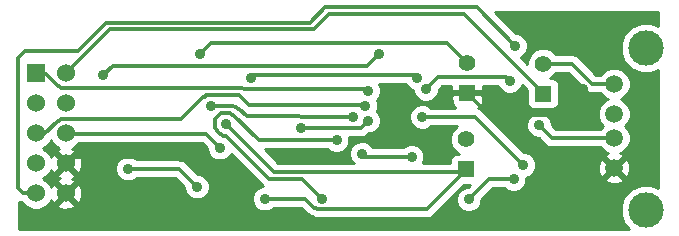
<source format=gbl>
G04 (created by PCBNEW-RS274X (2012-jan-04)-stable) date Thu 15 Nov 2012 21:08:36 CET*
G01*
G70*
G90*
%MOIN*%
G04 Gerber Fmt 3.4, Leading zero omitted, Abs format*
%FSLAX34Y34*%
G04 APERTURE LIST*
%ADD10C,0.006000*%
%ADD11C,0.059100*%
%ADD12C,0.118100*%
%ADD13R,0.055000X0.055000*%
%ADD14C,0.055000*%
%ADD15R,0.060000X0.060000*%
%ADD16C,0.060000*%
%ADD17C,0.035000*%
%ADD18C,0.011900*%
%ADD19C,0.010000*%
G04 APERTURE END LIST*
G54D10*
G54D11*
X61800Y-39725D03*
X61800Y-40725D03*
X61800Y-41525D03*
X61800Y-42525D03*
G54D12*
X62850Y-38525D03*
X62850Y-43925D03*
G54D13*
X56900Y-40025D03*
G54D14*
X56900Y-39025D03*
G54D13*
X56850Y-42575D03*
G54D14*
X56850Y-41575D03*
G54D13*
X59425Y-40050D03*
G54D14*
X59425Y-39050D03*
G54D15*
X42525Y-39375D03*
G54D16*
X43525Y-39375D03*
X42525Y-40375D03*
X43525Y-40375D03*
X42525Y-41375D03*
X43525Y-41375D03*
X42525Y-42375D03*
X43525Y-42375D03*
X42525Y-43375D03*
X43525Y-43375D03*
G54D17*
X52550Y-41600D03*
X52050Y-43550D03*
X58500Y-38450D03*
X58325Y-39625D03*
X55525Y-39900D03*
X53600Y-39950D03*
X48650Y-41850D03*
X53960Y-38720D03*
X42525Y-42375D03*
X44760Y-39440D03*
X47900Y-43150D03*
X45600Y-42550D03*
X43525Y-40375D03*
X61800Y-42525D03*
X43525Y-43375D03*
X43525Y-42375D03*
X56900Y-40025D03*
X47350Y-42150D03*
X60750Y-39900D03*
X61800Y-40725D03*
X53500Y-40450D03*
X56850Y-41575D03*
X56950Y-43575D03*
X58450Y-42900D03*
X59300Y-41100D03*
X51360Y-41200D03*
X55400Y-40825D03*
X58775Y-42425D03*
X53600Y-40950D03*
X47980Y-38740D03*
X50150Y-43550D03*
X56850Y-42575D03*
X48875Y-41075D03*
X53080Y-40820D03*
X48350Y-40450D03*
X53400Y-42050D03*
X55050Y-42150D03*
X55240Y-39540D03*
X49700Y-39520D03*
X59425Y-39050D03*
G54D18*
X48850Y-41450D02*
X48750Y-41450D01*
X49050Y-40750D02*
X49100Y-40750D01*
X49100Y-40750D02*
X49950Y-41600D01*
X49950Y-41600D02*
X52550Y-41600D01*
X48700Y-40700D02*
X49000Y-40700D01*
X48700Y-41400D02*
X48650Y-41400D01*
X48750Y-41450D02*
X48700Y-41400D01*
X49000Y-40700D02*
X49050Y-40750D01*
X48500Y-41200D02*
X48500Y-40900D01*
X48550Y-41250D02*
X48500Y-41200D01*
X48650Y-41400D02*
X48550Y-41300D01*
X48550Y-41300D02*
X48550Y-41250D01*
X48500Y-40900D02*
X48700Y-40700D01*
X50300Y-42900D02*
X48850Y-41450D01*
X52050Y-43550D02*
X51400Y-42900D01*
X51400Y-42900D02*
X50300Y-42900D01*
X41925Y-43200D02*
X41925Y-38850D01*
X41925Y-38850D02*
X42150Y-38625D01*
X42150Y-38625D02*
X43925Y-38625D01*
X43925Y-38625D02*
X44872Y-37678D01*
X44872Y-37678D02*
X51647Y-37678D01*
X42100Y-43375D02*
X41925Y-43200D01*
X52150Y-37175D02*
X57225Y-37175D01*
X57225Y-37175D02*
X58500Y-38450D01*
X58200Y-39500D02*
X55925Y-39500D01*
X58325Y-39625D02*
X58200Y-39500D01*
X55925Y-39500D02*
X55525Y-39900D01*
X51647Y-37678D02*
X52150Y-37175D01*
X42525Y-43375D02*
X42100Y-43375D01*
X42550Y-39400D02*
X42525Y-39375D01*
X42850Y-39400D02*
X42550Y-39400D01*
X49400Y-39850D02*
X43350Y-39850D01*
X49450Y-39900D02*
X49400Y-39850D01*
X43300Y-39800D02*
X43250Y-39800D01*
X53550Y-39900D02*
X49450Y-39900D01*
X43250Y-39800D02*
X42850Y-39400D01*
X53600Y-39950D02*
X53550Y-39900D01*
X43350Y-39850D02*
X43300Y-39800D01*
X48200Y-41400D02*
X43550Y-41400D01*
X48650Y-41850D02*
X48200Y-41400D01*
X43550Y-41400D02*
X43525Y-41375D01*
X53960Y-38720D02*
X53560Y-39120D01*
X53560Y-39120D02*
X45080Y-39120D01*
X45080Y-39120D02*
X44760Y-39440D01*
X47300Y-42550D02*
X45600Y-42550D01*
X47900Y-43150D02*
X47300Y-42550D01*
X59425Y-40050D02*
X59425Y-40022D01*
X45000Y-37900D02*
X43525Y-39375D01*
X51800Y-37900D02*
X45000Y-37900D01*
X52303Y-37397D02*
X51800Y-37900D01*
X56800Y-37397D02*
X52303Y-37397D01*
X59425Y-40022D02*
X56800Y-37397D01*
X60075Y-40325D02*
X60075Y-40625D01*
X57625Y-40750D02*
X56900Y-40025D01*
X60075Y-40625D02*
X59950Y-40750D01*
X43800Y-42150D02*
X47350Y-42150D01*
X43600Y-42350D02*
X43800Y-42150D01*
X60750Y-39900D02*
X60500Y-40150D01*
X43525Y-42375D02*
X43600Y-42350D01*
X60250Y-40150D02*
X60075Y-40325D01*
X60500Y-40150D02*
X60250Y-40150D01*
X59950Y-40750D02*
X57625Y-40750D01*
X49300Y-40100D02*
X48200Y-40100D01*
X48150Y-40150D02*
X48100Y-40150D01*
X53475Y-40425D02*
X49625Y-40425D01*
X49625Y-40425D02*
X49300Y-40100D01*
X43300Y-40950D02*
X43250Y-40950D01*
X48200Y-40100D02*
X48150Y-40150D01*
X43250Y-40950D02*
X42800Y-41400D01*
X53500Y-40450D02*
X53475Y-40425D01*
X43350Y-40900D02*
X43300Y-40950D01*
X47350Y-40900D02*
X43350Y-40900D01*
X42550Y-41400D02*
X42525Y-41375D01*
X48100Y-40150D02*
X47350Y-40900D01*
X42800Y-41400D02*
X42550Y-41400D01*
X56950Y-43575D02*
X57625Y-42900D01*
X57625Y-42900D02*
X58450Y-42900D01*
X59725Y-41525D02*
X59300Y-41100D01*
X61800Y-41525D02*
X59725Y-41525D01*
X53600Y-40950D02*
X53350Y-41200D01*
X53350Y-41200D02*
X51360Y-41200D01*
X58775Y-42425D02*
X57175Y-40825D01*
X57175Y-40825D02*
X55400Y-40825D01*
X56235Y-38360D02*
X56900Y-39025D01*
X48360Y-38360D02*
X56235Y-38360D01*
X47980Y-38740D02*
X48360Y-38360D01*
X56850Y-42600D02*
X55550Y-43900D01*
X51850Y-43850D02*
X51800Y-43850D01*
X55550Y-43900D02*
X51900Y-43900D01*
X51900Y-43900D02*
X51850Y-43850D01*
X51500Y-43550D02*
X50150Y-43550D01*
X56850Y-42575D02*
X56750Y-42675D01*
X50475Y-42675D02*
X48875Y-41075D01*
X51800Y-43850D02*
X51500Y-43550D01*
X56750Y-42675D02*
X50475Y-42675D01*
X56850Y-42575D02*
X56850Y-42600D01*
X49550Y-40800D02*
X53080Y-40820D01*
X49150Y-40500D02*
X49200Y-40500D01*
X48350Y-40450D02*
X49100Y-40450D01*
X49300Y-40550D02*
X49550Y-40800D01*
X49200Y-40500D02*
X49250Y-40550D01*
X49250Y-40550D02*
X49300Y-40550D01*
X49100Y-40450D02*
X49150Y-40500D01*
X53400Y-42050D02*
X53500Y-42150D01*
X53500Y-42150D02*
X55050Y-42150D01*
X49800Y-39420D02*
X55120Y-39420D01*
X49700Y-39520D02*
X49800Y-39420D01*
X55120Y-39420D02*
X55240Y-39540D01*
X61800Y-39725D02*
X61075Y-39725D01*
X60400Y-39050D02*
X59425Y-39050D01*
X61075Y-39725D02*
X60400Y-39050D01*
G54D10*
G36*
X63255Y-43183D02*
X63018Y-43085D01*
X62684Y-43085D01*
X62375Y-43212D01*
X62340Y-43247D01*
X62340Y-42603D01*
X62328Y-42391D01*
X62268Y-42246D01*
X62175Y-42221D01*
X61871Y-42525D01*
X62175Y-42829D01*
X62268Y-42804D01*
X62340Y-42603D01*
X62340Y-43247D01*
X62139Y-43448D01*
X62104Y-43531D01*
X62104Y-42900D01*
X61800Y-42596D01*
X61729Y-42667D01*
X61729Y-42525D01*
X61425Y-42221D01*
X61332Y-42246D01*
X61260Y-42447D01*
X61272Y-42659D01*
X61332Y-42804D01*
X61425Y-42829D01*
X61729Y-42525D01*
X61729Y-42667D01*
X61496Y-42900D01*
X61521Y-42993D01*
X61722Y-43065D01*
X61934Y-43053D01*
X62079Y-42993D01*
X62104Y-42900D01*
X62104Y-43531D01*
X62010Y-43757D01*
X62010Y-44091D01*
X62137Y-44400D01*
X62292Y-44555D01*
X48325Y-44555D01*
X48325Y-43235D01*
X48325Y-43066D01*
X48261Y-42910D01*
X48141Y-42790D01*
X47985Y-42725D01*
X47911Y-42725D01*
X47518Y-42332D01*
X47418Y-42265D01*
X47300Y-42241D01*
X45892Y-42241D01*
X45841Y-42190D01*
X45685Y-42125D01*
X45516Y-42125D01*
X45360Y-42189D01*
X45240Y-42309D01*
X45175Y-42465D01*
X45175Y-42634D01*
X45239Y-42790D01*
X45359Y-42910D01*
X45515Y-42975D01*
X45684Y-42975D01*
X45840Y-42911D01*
X45892Y-42859D01*
X47172Y-42859D01*
X47475Y-43161D01*
X47475Y-43234D01*
X47539Y-43390D01*
X47659Y-43510D01*
X47815Y-43575D01*
X47984Y-43575D01*
X48140Y-43511D01*
X48260Y-43391D01*
X48325Y-43235D01*
X48325Y-44555D01*
X44068Y-44555D01*
X44068Y-43454D01*
X44068Y-42454D01*
X44057Y-42241D01*
X43997Y-42094D01*
X43903Y-42067D01*
X43596Y-42375D01*
X43903Y-42683D01*
X43997Y-42656D01*
X44068Y-42454D01*
X44068Y-43454D01*
X44057Y-43241D01*
X43997Y-43094D01*
X43903Y-43067D01*
X43833Y-43137D01*
X43833Y-42997D01*
X43806Y-42903D01*
X43732Y-42877D01*
X43806Y-42847D01*
X43833Y-42753D01*
X43525Y-42446D01*
X43217Y-42753D01*
X43244Y-42847D01*
X43317Y-42872D01*
X43244Y-42903D01*
X43217Y-42997D01*
X43525Y-43304D01*
X43833Y-42997D01*
X43833Y-43137D01*
X43596Y-43375D01*
X43903Y-43683D01*
X43997Y-43656D01*
X44068Y-43454D01*
X44068Y-44555D01*
X43833Y-44555D01*
X43833Y-43753D01*
X43525Y-43446D01*
X43217Y-43753D01*
X43244Y-43847D01*
X43446Y-43918D01*
X43659Y-43907D01*
X43806Y-43847D01*
X43833Y-43753D01*
X43833Y-44555D01*
X41965Y-44555D01*
X41965Y-43648D01*
X41982Y-43660D01*
X42055Y-43674D01*
X42060Y-43686D01*
X42214Y-43840D01*
X42416Y-43924D01*
X42634Y-43924D01*
X42836Y-43840D01*
X42990Y-43686D01*
X43027Y-43594D01*
X43053Y-43656D01*
X43147Y-43683D01*
X43454Y-43375D01*
X43147Y-43067D01*
X43053Y-43094D01*
X43029Y-43159D01*
X42990Y-43064D01*
X42836Y-42910D01*
X42751Y-42875D01*
X42836Y-42840D01*
X42990Y-42686D01*
X43027Y-42594D01*
X43053Y-42656D01*
X43147Y-42683D01*
X43454Y-42375D01*
X43147Y-42067D01*
X43053Y-42094D01*
X43029Y-42159D01*
X42990Y-42064D01*
X42836Y-41910D01*
X42751Y-41875D01*
X42836Y-41840D01*
X42990Y-41686D01*
X43018Y-41618D01*
X43018Y-41617D01*
X43027Y-41608D01*
X43060Y-41686D01*
X43214Y-41840D01*
X43305Y-41877D01*
X43244Y-41903D01*
X43217Y-41997D01*
X43525Y-42304D01*
X43833Y-41997D01*
X43806Y-41903D01*
X43740Y-41879D01*
X43836Y-41840D01*
X43967Y-41709D01*
X48072Y-41709D01*
X48225Y-41861D01*
X48225Y-41934D01*
X48289Y-42090D01*
X48409Y-42210D01*
X48565Y-42275D01*
X48734Y-42275D01*
X48890Y-42211D01*
X49010Y-42091D01*
X49023Y-42059D01*
X50081Y-43118D01*
X50082Y-43118D01*
X50091Y-43125D01*
X50066Y-43125D01*
X49910Y-43189D01*
X49790Y-43309D01*
X49725Y-43465D01*
X49725Y-43634D01*
X49789Y-43790D01*
X49909Y-43910D01*
X50065Y-43975D01*
X50234Y-43975D01*
X50390Y-43911D01*
X50442Y-43859D01*
X51372Y-43859D01*
X51581Y-44068D01*
X51582Y-44068D01*
X51682Y-44135D01*
X51717Y-44142D01*
X51718Y-44142D01*
X51748Y-44162D01*
X51781Y-44184D01*
X51782Y-44185D01*
X51899Y-44208D01*
X51900Y-44209D01*
X55550Y-44209D01*
X55550Y-44208D01*
X55668Y-44185D01*
X55768Y-44118D01*
X56787Y-43099D01*
X56989Y-43099D01*
X56938Y-43150D01*
X56866Y-43150D01*
X56710Y-43214D01*
X56590Y-43334D01*
X56525Y-43490D01*
X56525Y-43659D01*
X56589Y-43815D01*
X56709Y-43935D01*
X56865Y-44000D01*
X57034Y-44000D01*
X57190Y-43936D01*
X57310Y-43816D01*
X57375Y-43660D01*
X57375Y-43586D01*
X57752Y-43209D01*
X58158Y-43209D01*
X58209Y-43260D01*
X58365Y-43325D01*
X58534Y-43325D01*
X58690Y-43261D01*
X58810Y-43141D01*
X58875Y-42985D01*
X58875Y-42843D01*
X59015Y-42786D01*
X59135Y-42666D01*
X59200Y-42510D01*
X59200Y-42341D01*
X59136Y-42185D01*
X59016Y-42065D01*
X58860Y-42000D01*
X58786Y-42000D01*
X57393Y-40607D01*
X57293Y-40540D01*
X57261Y-40533D01*
X57316Y-40511D01*
X57386Y-40441D01*
X57424Y-40349D01*
X57425Y-40137D01*
X57363Y-40075D01*
X57000Y-40075D01*
X56950Y-40075D01*
X56850Y-40075D01*
X56800Y-40075D01*
X56437Y-40075D01*
X56375Y-40137D01*
X56376Y-40349D01*
X56414Y-40441D01*
X56484Y-40511D01*
X56495Y-40516D01*
X55692Y-40516D01*
X55641Y-40465D01*
X55485Y-40400D01*
X55316Y-40400D01*
X55160Y-40464D01*
X55040Y-40584D01*
X54975Y-40740D01*
X54975Y-40909D01*
X55039Y-41065D01*
X55159Y-41185D01*
X55315Y-41250D01*
X55484Y-41250D01*
X55640Y-41186D01*
X55692Y-41134D01*
X56548Y-41134D01*
X56405Y-41277D01*
X56325Y-41470D01*
X56325Y-41679D01*
X56405Y-41872D01*
X56552Y-42020D01*
X56626Y-42051D01*
X56526Y-42051D01*
X56434Y-42089D01*
X56364Y-42159D01*
X56326Y-42250D01*
X56326Y-42349D01*
X56326Y-42366D01*
X55420Y-42366D01*
X55475Y-42235D01*
X55475Y-42066D01*
X55411Y-41910D01*
X55291Y-41790D01*
X55135Y-41725D01*
X54966Y-41725D01*
X54810Y-41789D01*
X54758Y-41841D01*
X53773Y-41841D01*
X53761Y-41810D01*
X53641Y-41690D01*
X53485Y-41625D01*
X53316Y-41625D01*
X53160Y-41689D01*
X53040Y-41809D01*
X52975Y-41965D01*
X52975Y-42134D01*
X53039Y-42290D01*
X53115Y-42366D01*
X50602Y-42366D01*
X50145Y-41909D01*
X52258Y-41909D01*
X52309Y-41960D01*
X52465Y-42025D01*
X52634Y-42025D01*
X52790Y-41961D01*
X52910Y-41841D01*
X52975Y-41685D01*
X52975Y-41516D01*
X52972Y-41509D01*
X53350Y-41509D01*
X53350Y-41508D01*
X53468Y-41485D01*
X53568Y-41418D01*
X53611Y-41375D01*
X53684Y-41375D01*
X53840Y-41311D01*
X53960Y-41191D01*
X54025Y-41035D01*
X54025Y-40866D01*
X53961Y-40710D01*
X53884Y-40633D01*
X53925Y-40535D01*
X53925Y-40366D01*
X53884Y-40266D01*
X53960Y-40191D01*
X54025Y-40035D01*
X54025Y-39866D01*
X53968Y-39729D01*
X54858Y-39729D01*
X54879Y-39780D01*
X54999Y-39900D01*
X55100Y-39942D01*
X55100Y-39984D01*
X55164Y-40140D01*
X55284Y-40260D01*
X55440Y-40325D01*
X55609Y-40325D01*
X55765Y-40261D01*
X55885Y-40141D01*
X55950Y-39985D01*
X55950Y-39911D01*
X56052Y-39809D01*
X56375Y-39809D01*
X56375Y-39913D01*
X56437Y-39975D01*
X56800Y-39975D01*
X56850Y-39975D01*
X56950Y-39975D01*
X57000Y-39975D01*
X57363Y-39975D01*
X57425Y-39913D01*
X57424Y-39809D01*
X57941Y-39809D01*
X57964Y-39865D01*
X58084Y-39985D01*
X58240Y-40050D01*
X58409Y-40050D01*
X58565Y-39986D01*
X58685Y-39866D01*
X58728Y-39762D01*
X58901Y-39934D01*
X58901Y-40374D01*
X58939Y-40466D01*
X59009Y-40536D01*
X59100Y-40574D01*
X59199Y-40574D01*
X59749Y-40574D01*
X59841Y-40536D01*
X59911Y-40466D01*
X59949Y-40375D01*
X59949Y-40276D01*
X59949Y-39726D01*
X59911Y-39634D01*
X59841Y-39564D01*
X59750Y-39526D01*
X59651Y-39526D01*
X59647Y-39526D01*
X59722Y-39495D01*
X59858Y-39359D01*
X60272Y-39359D01*
X60856Y-39943D01*
X60857Y-39943D01*
X60956Y-40010D01*
X60957Y-40010D01*
X60976Y-40013D01*
X61075Y-40034D01*
X61340Y-40034D01*
X61492Y-40186D01*
X61585Y-40225D01*
X61492Y-40264D01*
X61339Y-40417D01*
X61256Y-40617D01*
X61256Y-40833D01*
X61339Y-41033D01*
X61431Y-41125D01*
X61340Y-41216D01*
X59852Y-41216D01*
X59725Y-41088D01*
X59725Y-41016D01*
X59661Y-40860D01*
X59541Y-40740D01*
X59385Y-40675D01*
X59216Y-40675D01*
X59060Y-40739D01*
X58940Y-40859D01*
X58875Y-41015D01*
X58875Y-41184D01*
X58939Y-41340D01*
X59059Y-41460D01*
X59215Y-41525D01*
X59288Y-41525D01*
X59506Y-41743D01*
X59507Y-41743D01*
X59607Y-41810D01*
X59725Y-41834D01*
X61340Y-41834D01*
X61492Y-41986D01*
X61592Y-42027D01*
X61521Y-42057D01*
X61496Y-42150D01*
X61800Y-42454D01*
X62104Y-42150D01*
X62079Y-42057D01*
X62002Y-42029D01*
X62108Y-41986D01*
X62261Y-41833D01*
X62344Y-41633D01*
X62344Y-41417D01*
X62261Y-41217D01*
X62169Y-41125D01*
X62261Y-41033D01*
X62344Y-40833D01*
X62344Y-40617D01*
X62261Y-40417D01*
X62108Y-40264D01*
X62014Y-40225D01*
X62108Y-40186D01*
X62261Y-40033D01*
X62344Y-39833D01*
X62344Y-39617D01*
X62261Y-39417D01*
X62108Y-39264D01*
X61908Y-39181D01*
X61692Y-39181D01*
X61492Y-39264D01*
X61340Y-39416D01*
X61202Y-39416D01*
X60618Y-38832D01*
X60518Y-38765D01*
X60400Y-38741D01*
X59858Y-38741D01*
X59723Y-38605D01*
X59530Y-38525D01*
X59321Y-38525D01*
X59128Y-38605D01*
X58980Y-38752D01*
X58900Y-38945D01*
X58900Y-39060D01*
X58676Y-38836D01*
X58740Y-38811D01*
X58860Y-38691D01*
X58925Y-38535D01*
X58925Y-38366D01*
X58861Y-38210D01*
X58741Y-38090D01*
X58585Y-38025D01*
X58511Y-38025D01*
X57811Y-37325D01*
X63255Y-37325D01*
X63255Y-37783D01*
X63018Y-37685D01*
X62684Y-37685D01*
X62375Y-37812D01*
X62139Y-38048D01*
X62010Y-38357D01*
X62010Y-38691D01*
X62137Y-39000D01*
X62373Y-39236D01*
X62682Y-39365D01*
X63016Y-39365D01*
X63255Y-39266D01*
X63255Y-43183D01*
X63255Y-43183D01*
G37*
G54D19*
X63255Y-43183D02*
X63018Y-43085D01*
X62684Y-43085D01*
X62375Y-43212D01*
X62340Y-43247D01*
X62340Y-42603D01*
X62328Y-42391D01*
X62268Y-42246D01*
X62175Y-42221D01*
X61871Y-42525D01*
X62175Y-42829D01*
X62268Y-42804D01*
X62340Y-42603D01*
X62340Y-43247D01*
X62139Y-43448D01*
X62104Y-43531D01*
X62104Y-42900D01*
X61800Y-42596D01*
X61729Y-42667D01*
X61729Y-42525D01*
X61425Y-42221D01*
X61332Y-42246D01*
X61260Y-42447D01*
X61272Y-42659D01*
X61332Y-42804D01*
X61425Y-42829D01*
X61729Y-42525D01*
X61729Y-42667D01*
X61496Y-42900D01*
X61521Y-42993D01*
X61722Y-43065D01*
X61934Y-43053D01*
X62079Y-42993D01*
X62104Y-42900D01*
X62104Y-43531D01*
X62010Y-43757D01*
X62010Y-44091D01*
X62137Y-44400D01*
X62292Y-44555D01*
X48325Y-44555D01*
X48325Y-43235D01*
X48325Y-43066D01*
X48261Y-42910D01*
X48141Y-42790D01*
X47985Y-42725D01*
X47911Y-42725D01*
X47518Y-42332D01*
X47418Y-42265D01*
X47300Y-42241D01*
X45892Y-42241D01*
X45841Y-42190D01*
X45685Y-42125D01*
X45516Y-42125D01*
X45360Y-42189D01*
X45240Y-42309D01*
X45175Y-42465D01*
X45175Y-42634D01*
X45239Y-42790D01*
X45359Y-42910D01*
X45515Y-42975D01*
X45684Y-42975D01*
X45840Y-42911D01*
X45892Y-42859D01*
X47172Y-42859D01*
X47475Y-43161D01*
X47475Y-43234D01*
X47539Y-43390D01*
X47659Y-43510D01*
X47815Y-43575D01*
X47984Y-43575D01*
X48140Y-43511D01*
X48260Y-43391D01*
X48325Y-43235D01*
X48325Y-44555D01*
X44068Y-44555D01*
X44068Y-43454D01*
X44068Y-42454D01*
X44057Y-42241D01*
X43997Y-42094D01*
X43903Y-42067D01*
X43596Y-42375D01*
X43903Y-42683D01*
X43997Y-42656D01*
X44068Y-42454D01*
X44068Y-43454D01*
X44057Y-43241D01*
X43997Y-43094D01*
X43903Y-43067D01*
X43833Y-43137D01*
X43833Y-42997D01*
X43806Y-42903D01*
X43732Y-42877D01*
X43806Y-42847D01*
X43833Y-42753D01*
X43525Y-42446D01*
X43217Y-42753D01*
X43244Y-42847D01*
X43317Y-42872D01*
X43244Y-42903D01*
X43217Y-42997D01*
X43525Y-43304D01*
X43833Y-42997D01*
X43833Y-43137D01*
X43596Y-43375D01*
X43903Y-43683D01*
X43997Y-43656D01*
X44068Y-43454D01*
X44068Y-44555D01*
X43833Y-44555D01*
X43833Y-43753D01*
X43525Y-43446D01*
X43217Y-43753D01*
X43244Y-43847D01*
X43446Y-43918D01*
X43659Y-43907D01*
X43806Y-43847D01*
X43833Y-43753D01*
X43833Y-44555D01*
X41965Y-44555D01*
X41965Y-43648D01*
X41982Y-43660D01*
X42055Y-43674D01*
X42060Y-43686D01*
X42214Y-43840D01*
X42416Y-43924D01*
X42634Y-43924D01*
X42836Y-43840D01*
X42990Y-43686D01*
X43027Y-43594D01*
X43053Y-43656D01*
X43147Y-43683D01*
X43454Y-43375D01*
X43147Y-43067D01*
X43053Y-43094D01*
X43029Y-43159D01*
X42990Y-43064D01*
X42836Y-42910D01*
X42751Y-42875D01*
X42836Y-42840D01*
X42990Y-42686D01*
X43027Y-42594D01*
X43053Y-42656D01*
X43147Y-42683D01*
X43454Y-42375D01*
X43147Y-42067D01*
X43053Y-42094D01*
X43029Y-42159D01*
X42990Y-42064D01*
X42836Y-41910D01*
X42751Y-41875D01*
X42836Y-41840D01*
X42990Y-41686D01*
X43018Y-41618D01*
X43018Y-41617D01*
X43027Y-41608D01*
X43060Y-41686D01*
X43214Y-41840D01*
X43305Y-41877D01*
X43244Y-41903D01*
X43217Y-41997D01*
X43525Y-42304D01*
X43833Y-41997D01*
X43806Y-41903D01*
X43740Y-41879D01*
X43836Y-41840D01*
X43967Y-41709D01*
X48072Y-41709D01*
X48225Y-41861D01*
X48225Y-41934D01*
X48289Y-42090D01*
X48409Y-42210D01*
X48565Y-42275D01*
X48734Y-42275D01*
X48890Y-42211D01*
X49010Y-42091D01*
X49023Y-42059D01*
X50081Y-43118D01*
X50082Y-43118D01*
X50091Y-43125D01*
X50066Y-43125D01*
X49910Y-43189D01*
X49790Y-43309D01*
X49725Y-43465D01*
X49725Y-43634D01*
X49789Y-43790D01*
X49909Y-43910D01*
X50065Y-43975D01*
X50234Y-43975D01*
X50390Y-43911D01*
X50442Y-43859D01*
X51372Y-43859D01*
X51581Y-44068D01*
X51582Y-44068D01*
X51682Y-44135D01*
X51717Y-44142D01*
X51718Y-44142D01*
X51748Y-44162D01*
X51781Y-44184D01*
X51782Y-44185D01*
X51899Y-44208D01*
X51900Y-44209D01*
X55550Y-44209D01*
X55550Y-44208D01*
X55668Y-44185D01*
X55768Y-44118D01*
X56787Y-43099D01*
X56989Y-43099D01*
X56938Y-43150D01*
X56866Y-43150D01*
X56710Y-43214D01*
X56590Y-43334D01*
X56525Y-43490D01*
X56525Y-43659D01*
X56589Y-43815D01*
X56709Y-43935D01*
X56865Y-44000D01*
X57034Y-44000D01*
X57190Y-43936D01*
X57310Y-43816D01*
X57375Y-43660D01*
X57375Y-43586D01*
X57752Y-43209D01*
X58158Y-43209D01*
X58209Y-43260D01*
X58365Y-43325D01*
X58534Y-43325D01*
X58690Y-43261D01*
X58810Y-43141D01*
X58875Y-42985D01*
X58875Y-42843D01*
X59015Y-42786D01*
X59135Y-42666D01*
X59200Y-42510D01*
X59200Y-42341D01*
X59136Y-42185D01*
X59016Y-42065D01*
X58860Y-42000D01*
X58786Y-42000D01*
X57393Y-40607D01*
X57293Y-40540D01*
X57261Y-40533D01*
X57316Y-40511D01*
X57386Y-40441D01*
X57424Y-40349D01*
X57425Y-40137D01*
X57363Y-40075D01*
X57000Y-40075D01*
X56950Y-40075D01*
X56850Y-40075D01*
X56800Y-40075D01*
X56437Y-40075D01*
X56375Y-40137D01*
X56376Y-40349D01*
X56414Y-40441D01*
X56484Y-40511D01*
X56495Y-40516D01*
X55692Y-40516D01*
X55641Y-40465D01*
X55485Y-40400D01*
X55316Y-40400D01*
X55160Y-40464D01*
X55040Y-40584D01*
X54975Y-40740D01*
X54975Y-40909D01*
X55039Y-41065D01*
X55159Y-41185D01*
X55315Y-41250D01*
X55484Y-41250D01*
X55640Y-41186D01*
X55692Y-41134D01*
X56548Y-41134D01*
X56405Y-41277D01*
X56325Y-41470D01*
X56325Y-41679D01*
X56405Y-41872D01*
X56552Y-42020D01*
X56626Y-42051D01*
X56526Y-42051D01*
X56434Y-42089D01*
X56364Y-42159D01*
X56326Y-42250D01*
X56326Y-42349D01*
X56326Y-42366D01*
X55420Y-42366D01*
X55475Y-42235D01*
X55475Y-42066D01*
X55411Y-41910D01*
X55291Y-41790D01*
X55135Y-41725D01*
X54966Y-41725D01*
X54810Y-41789D01*
X54758Y-41841D01*
X53773Y-41841D01*
X53761Y-41810D01*
X53641Y-41690D01*
X53485Y-41625D01*
X53316Y-41625D01*
X53160Y-41689D01*
X53040Y-41809D01*
X52975Y-41965D01*
X52975Y-42134D01*
X53039Y-42290D01*
X53115Y-42366D01*
X50602Y-42366D01*
X50145Y-41909D01*
X52258Y-41909D01*
X52309Y-41960D01*
X52465Y-42025D01*
X52634Y-42025D01*
X52790Y-41961D01*
X52910Y-41841D01*
X52975Y-41685D01*
X52975Y-41516D01*
X52972Y-41509D01*
X53350Y-41509D01*
X53350Y-41508D01*
X53468Y-41485D01*
X53568Y-41418D01*
X53611Y-41375D01*
X53684Y-41375D01*
X53840Y-41311D01*
X53960Y-41191D01*
X54025Y-41035D01*
X54025Y-40866D01*
X53961Y-40710D01*
X53884Y-40633D01*
X53925Y-40535D01*
X53925Y-40366D01*
X53884Y-40266D01*
X53960Y-40191D01*
X54025Y-40035D01*
X54025Y-39866D01*
X53968Y-39729D01*
X54858Y-39729D01*
X54879Y-39780D01*
X54999Y-39900D01*
X55100Y-39942D01*
X55100Y-39984D01*
X55164Y-40140D01*
X55284Y-40260D01*
X55440Y-40325D01*
X55609Y-40325D01*
X55765Y-40261D01*
X55885Y-40141D01*
X55950Y-39985D01*
X55950Y-39911D01*
X56052Y-39809D01*
X56375Y-39809D01*
X56375Y-39913D01*
X56437Y-39975D01*
X56800Y-39975D01*
X56850Y-39975D01*
X56950Y-39975D01*
X57000Y-39975D01*
X57363Y-39975D01*
X57425Y-39913D01*
X57424Y-39809D01*
X57941Y-39809D01*
X57964Y-39865D01*
X58084Y-39985D01*
X58240Y-40050D01*
X58409Y-40050D01*
X58565Y-39986D01*
X58685Y-39866D01*
X58728Y-39762D01*
X58901Y-39934D01*
X58901Y-40374D01*
X58939Y-40466D01*
X59009Y-40536D01*
X59100Y-40574D01*
X59199Y-40574D01*
X59749Y-40574D01*
X59841Y-40536D01*
X59911Y-40466D01*
X59949Y-40375D01*
X59949Y-40276D01*
X59949Y-39726D01*
X59911Y-39634D01*
X59841Y-39564D01*
X59750Y-39526D01*
X59651Y-39526D01*
X59647Y-39526D01*
X59722Y-39495D01*
X59858Y-39359D01*
X60272Y-39359D01*
X60856Y-39943D01*
X60857Y-39943D01*
X60956Y-40010D01*
X60957Y-40010D01*
X60976Y-40013D01*
X61075Y-40034D01*
X61340Y-40034D01*
X61492Y-40186D01*
X61585Y-40225D01*
X61492Y-40264D01*
X61339Y-40417D01*
X61256Y-40617D01*
X61256Y-40833D01*
X61339Y-41033D01*
X61431Y-41125D01*
X61340Y-41216D01*
X59852Y-41216D01*
X59725Y-41088D01*
X59725Y-41016D01*
X59661Y-40860D01*
X59541Y-40740D01*
X59385Y-40675D01*
X59216Y-40675D01*
X59060Y-40739D01*
X58940Y-40859D01*
X58875Y-41015D01*
X58875Y-41184D01*
X58939Y-41340D01*
X59059Y-41460D01*
X59215Y-41525D01*
X59288Y-41525D01*
X59506Y-41743D01*
X59507Y-41743D01*
X59607Y-41810D01*
X59725Y-41834D01*
X61340Y-41834D01*
X61492Y-41986D01*
X61592Y-42027D01*
X61521Y-42057D01*
X61496Y-42150D01*
X61800Y-42454D01*
X62104Y-42150D01*
X62079Y-42057D01*
X62002Y-42029D01*
X62108Y-41986D01*
X62261Y-41833D01*
X62344Y-41633D01*
X62344Y-41417D01*
X62261Y-41217D01*
X62169Y-41125D01*
X62261Y-41033D01*
X62344Y-40833D01*
X62344Y-40617D01*
X62261Y-40417D01*
X62108Y-40264D01*
X62014Y-40225D01*
X62108Y-40186D01*
X62261Y-40033D01*
X62344Y-39833D01*
X62344Y-39617D01*
X62261Y-39417D01*
X62108Y-39264D01*
X61908Y-39181D01*
X61692Y-39181D01*
X61492Y-39264D01*
X61340Y-39416D01*
X61202Y-39416D01*
X60618Y-38832D01*
X60518Y-38765D01*
X60400Y-38741D01*
X59858Y-38741D01*
X59723Y-38605D01*
X59530Y-38525D01*
X59321Y-38525D01*
X59128Y-38605D01*
X58980Y-38752D01*
X58900Y-38945D01*
X58900Y-39060D01*
X58676Y-38836D01*
X58740Y-38811D01*
X58860Y-38691D01*
X58925Y-38535D01*
X58925Y-38366D01*
X58861Y-38210D01*
X58741Y-38090D01*
X58585Y-38025D01*
X58511Y-38025D01*
X57811Y-37325D01*
X63255Y-37325D01*
X63255Y-37783D01*
X63018Y-37685D01*
X62684Y-37685D01*
X62375Y-37812D01*
X62139Y-38048D01*
X62010Y-38357D01*
X62010Y-38691D01*
X62137Y-39000D01*
X62373Y-39236D01*
X62682Y-39365D01*
X63016Y-39365D01*
X63255Y-39266D01*
X63255Y-43183D01*
M02*

</source>
